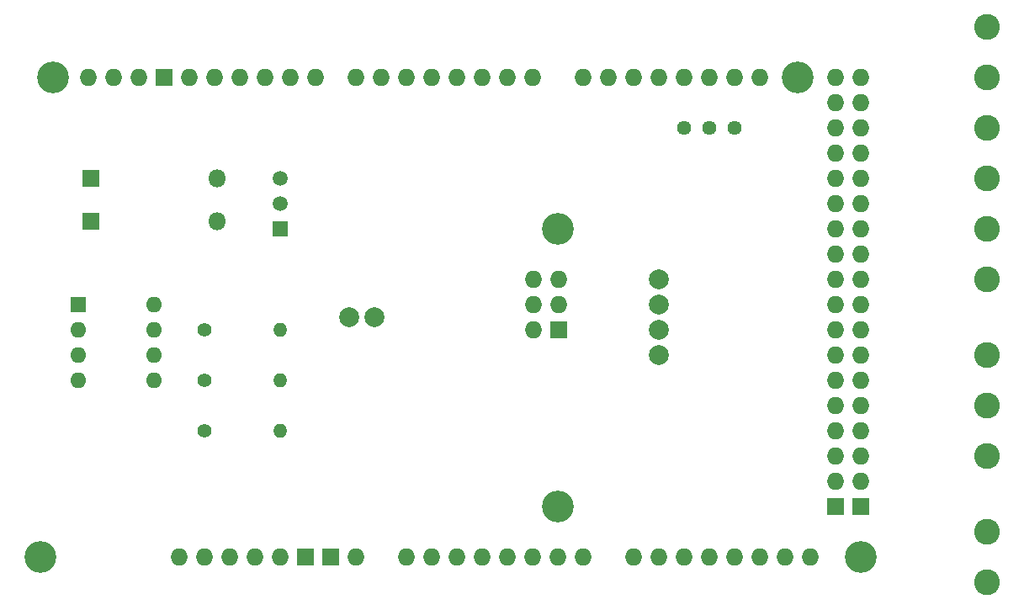
<source format=gbr>
%TF.GenerationSoftware,KiCad,Pcbnew,7.0.9*%
%TF.CreationDate,2023-12-21T11:10:10+01:00*%
%TF.ProjectId,OptiprodV2,4f707469-7072-46f6-9456-322e6b696361,rev?*%
%TF.SameCoordinates,Original*%
%TF.FileFunction,Soldermask,Bot*%
%TF.FilePolarity,Negative*%
%FSLAX46Y46*%
G04 Gerber Fmt 4.6, Leading zero omitted, Abs format (unit mm)*
G04 Created by KiCad (PCBNEW 7.0.9) date 2023-12-21 11:10:10*
%MOMM*%
%LPD*%
G01*
G04 APERTURE LIST*
%ADD10C,2.000000*%
%ADD11C,2.600000*%
%ADD12R,1.800000X1.800000*%
%ADD13O,1.800000X1.800000*%
%ADD14C,3.200000*%
%ADD15O,1.727200X1.727200*%
%ADD16R,1.727200X1.727200*%
%ADD17C,1.400000*%
%ADD18O,1.400000X1.400000*%
%ADD19R,1.600000X1.600000*%
%ADD20O,1.600000X1.600000*%
%ADD21R,1.500000X1.500000*%
%ADD22C,1.500000*%
%ADD23C,1.440000*%
G04 APERTURE END LIST*
D10*
%TO.C,SDA2*%
X172720000Y-78740000D03*
%TD*%
D11*
%TO.C,SCL1*%
X205740000Y-63500000D03*
%TD*%
%TO.C,SDA1*%
X205740000Y-68580000D03*
%TD*%
%TO.C,SDO1*%
X205740000Y-73660000D03*
%TD*%
D12*
%TO.C,DZ6*%
X115570000Y-72830000D03*
D13*
X128270000Y-72830000D03*
%TD*%
D14*
%TO.C,A2*%
X110490000Y-106680000D03*
X111760000Y-58420000D03*
D15*
X124460000Y-106680000D03*
D14*
X162560000Y-73660000D03*
X162560000Y-101600000D03*
X186690000Y-58420000D03*
X193040000Y-106680000D03*
D15*
X132080000Y-106680000D03*
X134620000Y-106680000D03*
X162687000Y-78740000D03*
X190500000Y-58420000D03*
X193040000Y-58420000D03*
X147320000Y-106680000D03*
X149860000Y-106680000D03*
X152400000Y-106680000D03*
X154940000Y-106680000D03*
X157480000Y-106680000D03*
X160020000Y-106680000D03*
X162560000Y-106680000D03*
X165100000Y-106680000D03*
X170180000Y-106680000D03*
X172720000Y-106680000D03*
X175260000Y-106680000D03*
X177800000Y-106680000D03*
X180340000Y-106680000D03*
X182880000Y-106680000D03*
X185420000Y-106680000D03*
X187960000Y-106680000D03*
X120396000Y-58420000D03*
X160020000Y-58420000D03*
X157480000Y-58420000D03*
X154940000Y-58420000D03*
X152400000Y-58420000D03*
X149860000Y-58420000D03*
X147320000Y-58420000D03*
X144780000Y-58420000D03*
X142240000Y-58420000D03*
X138176000Y-58420000D03*
X135636000Y-58420000D03*
X133096000Y-58420000D03*
X130556000Y-58420000D03*
X128016000Y-58420000D03*
X125476000Y-58420000D03*
X165100000Y-58420000D03*
X167640000Y-58420000D03*
X170180000Y-58420000D03*
X172720000Y-58420000D03*
X175260000Y-58420000D03*
X177800000Y-58420000D03*
X180340000Y-58420000D03*
X182880000Y-58420000D03*
X190500000Y-60960000D03*
X193040000Y-60960000D03*
X190500000Y-63500000D03*
X193040000Y-63500000D03*
X190500000Y-66040000D03*
X193040000Y-66040000D03*
X190500000Y-68580000D03*
X193040000Y-68580000D03*
X190500000Y-71120000D03*
X193040000Y-71120000D03*
X190500000Y-73660000D03*
X193040000Y-73660000D03*
X190500000Y-76200000D03*
X193040000Y-76200000D03*
X190500000Y-78740000D03*
X193040000Y-78740000D03*
X190500000Y-81280000D03*
X193040000Y-81280000D03*
X190500000Y-83820000D03*
X193040000Y-83820000D03*
X190500000Y-86360000D03*
X193040000Y-86360000D03*
X190500000Y-88900000D03*
X193040000Y-88900000D03*
X190500000Y-91440000D03*
X193040000Y-91440000D03*
X190500000Y-93980000D03*
X193040000Y-93980000D03*
X190500000Y-96520000D03*
X193040000Y-96520000D03*
X190500000Y-99060000D03*
X193040000Y-99060000D03*
D16*
X122936000Y-58420000D03*
X137160000Y-106680000D03*
X139700000Y-106680000D03*
X162687000Y-83820000D03*
X190500000Y-101600000D03*
X193040000Y-101600000D03*
D15*
X127000000Y-106680000D03*
X160147000Y-78740000D03*
X162687000Y-81280000D03*
X129540000Y-106680000D03*
X160147000Y-83820000D03*
X160147000Y-81280000D03*
X115316000Y-58420000D03*
X117856000Y-58420000D03*
X142240000Y-106680000D03*
%TD*%
D10*
%TO.C,GNDS1*%
X172720000Y-86360000D03*
%TD*%
D11*
%TO.C,GNDIN2*%
X205740000Y-58420000D03*
%TD*%
D17*
%TO.C,4.7K1*%
X127000000Y-88900000D03*
D18*
X134620000Y-88900000D03*
%TD*%
D11*
%TO.C,A1*%
X205740000Y-104140000D03*
%TD*%
D17*
%TO.C,1K2*%
X127000000Y-83820000D03*
D18*
X134620000Y-83820000D03*
%TD*%
D17*
%TO.C,51K1*%
X127000000Y-93980000D03*
D18*
X134620000Y-93980000D03*
%TD*%
D11*
%TO.C,GND1*%
X205740000Y-109220000D03*
%TD*%
D19*
%TO.C,MCP602*%
X114300000Y-81280000D03*
D20*
X114300000Y-83820000D03*
X114300000Y-86360000D03*
X114300000Y-88900000D03*
X121920000Y-88900000D03*
X121920000Y-86360000D03*
X121920000Y-83820000D03*
X121920000Y-81280000D03*
%TD*%
D11*
%TO.C,CS1*%
X205740000Y-78740000D03*
%TD*%
D21*
%TO.C,DS18B20*%
X134620000Y-73660000D03*
D22*
X134620000Y-71120000D03*
X134620000Y-68580000D03*
%TD*%
D11*
%TO.C,VCC1*%
X205740000Y-53340000D03*
%TD*%
D12*
%TO.C,DZ5*%
X115570000Y-68580000D03*
D13*
X128270000Y-68580000D03*
%TD*%
D10*
%TO.C,Follower1*%
X141610000Y-82550000D03*
%TD*%
%TO.C,SCL2*%
X172720000Y-81280000D03*
%TD*%
%TO.C,Follower2*%
X144150000Y-82550000D03*
%TD*%
%TO.C,VCCS1*%
X172720000Y-83820000D03*
%TD*%
D11*
%TO.C,3.3V1*%
X205740000Y-96520000D03*
%TD*%
%TO.C,GNDIN1*%
X205740000Y-86360000D03*
%TD*%
%TO.C,IN1*%
X205740000Y-91440000D03*
%TD*%
D23*
%TO.C,1K1*%
X180340000Y-63500000D03*
X177800000Y-63500000D03*
X175260000Y-63500000D03*
%TD*%
M02*

</source>
